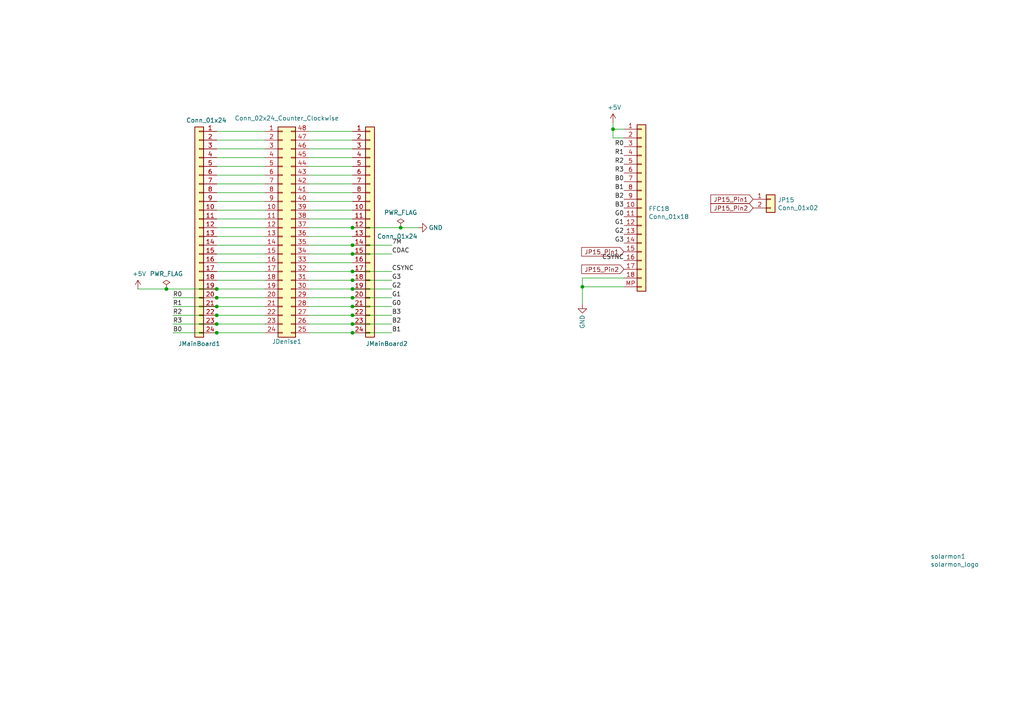
<source format=kicad_sch>
(kicad_sch (version 20211123) (generator eeschema)
  (paper "A4")
  (title_block (title "RGBtoHDMI Amiga Denise DIP Breakout - CDTV") (date "2021-12-10") (rev "v2"))
  (lib_symbols
    (symbol "Connector_Generic:Conn_01x02" (pin_names (offset 1.016) hide)
      (property "Reference" "J" (at 0 2.54 0))
      (property "Value" "Conn_01x02" (at 0 -5.08 0))
      (symbol "Conn_01x02_1_1"
        (rectangle (start -1.27 -2.413) (end 0 -2.667) (stroke (width 0.1524)))
        (rectangle (start -1.27 0.127) (end 0 -0.127) (stroke (width 0.1524)))
        (rectangle (start -1.27 1.27) (end 1.27 -3.81) (stroke (width 0.254)) (fill (type background)))
        (pin passive line (at -5.08 0 0) (length 3.81) (name "Pin_1") (number "1"))
        (pin passive line (at -5.08 -2.54 0) (length 3.81) (name "Pin_2") (number "2"))
      )
    )
    (symbol "Connector_Generic:Conn_01x24" (pin_names (offset 1.016) hide)
      (property "Reference" "J" (at 0 30.48 0))
      (property "Value" "Conn_01x24" (at 0 -33.02 0))
      (symbol "Conn_01x24_1_1"
        (rectangle (start -1.27 -30.353) (end 0 -30.607) (stroke (width 0.1524)))
        (rectangle (start -1.27 -27.813) (end 0 -28.067) (stroke (width 0.1524)))
        (rectangle (start -1.27 -25.273) (end 0 -25.527) (stroke (width 0.1524)))
        (rectangle (start -1.27 -22.733) (end 0 -22.987) (stroke (width 0.1524)))
        (rectangle (start -1.27 -20.193) (end 0 -20.447) (stroke (width 0.1524)))
        (rectangle (start -1.27 -17.653) (end 0 -17.907) (stroke (width 0.1524)))
        (rectangle (start -1.27 -15.113) (end 0 -15.367) (stroke (width 0.1524)))
        (rectangle (start -1.27 -12.573) (end 0 -12.827) (stroke (width 0.1524)))
        (rectangle (start -1.27 -10.033) (end 0 -10.287) (stroke (width 0.1524)))
        (rectangle (start -1.27 -7.493) (end 0 -7.747) (stroke (width 0.1524)))
        (rectangle (start -1.27 -4.953) (end 0 -5.207) (stroke (width 0.1524)))
        (rectangle (start -1.27 -2.413) (end 0 -2.667) (stroke (width 0.1524)))
        (rectangle (start -1.27 0.127) (end 0 -0.127) (stroke (width 0.1524)))
        (rectangle (start -1.27 2.667) (end 0 2.413) (stroke (width 0.1524)))
        (rectangle (start -1.27 5.207) (end 0 4.953) (stroke (width 0.1524)))
        (rectangle (start -1.27 7.747) (end 0 7.493) (stroke (width 0.1524)))
        (rectangle (start -1.27 10.287) (end 0 10.033) (stroke (width 0.1524)))
        (rectangle (start -1.27 12.827) (end 0 12.573) (stroke (width 0.1524)))
        (rectangle (start -1.27 15.367) (end 0 15.113) (stroke (width 0.1524)))
        (rectangle (start -1.27 17.907) (end 0 17.653) (stroke (width 0.1524)))
        (rectangle (start -1.27 20.447) (end 0 20.193) (stroke (width 0.1524)))
        (rectangle (start -1.27 22.987) (end 0 22.733) (stroke (width 0.1524)))
        (rectangle (start -1.27 25.527) (end 0 25.273) (stroke (width 0.1524)))
        (rectangle (start -1.27 28.067) (end 0 27.813) (stroke (width 0.1524)))
        (rectangle (start -1.27 29.21) (end 1.27 -31.75) (stroke (width 0.254)) (fill (type background)))
        (pin passive line (at -5.08 27.94 0) (length 3.81) (name "Pin_1") (number "1"))
        (pin passive line (at -5.08 5.08 0) (length 3.81) (name "Pin_10") (number "10"))
        (pin passive line (at -5.08 2.54 0) (length 3.81) (name "Pin_11") (number "11"))
        (pin passive line (at -5.08 0 0) (length 3.81) (name "Pin_12") (number "12"))
        (pin passive line (at -5.08 -2.54 0) (length 3.81) (name "Pin_13") (number "13"))
        (pin passive line (at -5.08 -5.08 0) (length 3.81) (name "Pin_14") (number "14"))
        (pin passive line (at -5.08 -7.62 0) (length 3.81) (name "Pin_15") (number "15"))
        (pin passive line (at -5.08 -10.16 0) (length 3.81) (name "Pin_16") (number "16"))
        (pin passive line (at -5.08 -12.7 0) (length 3.81) (name "Pin_17") (number "17"))
        (pin passive line (at -5.08 -15.24 0) (length 3.81) (name "Pin_18") (number "18"))
        (pin passive line (at -5.08 -17.78 0) (length 3.81) (name "Pin_19") (number "19"))
        (pin passive line (at -5.08 25.4 0) (length 3.81) (name "Pin_2") (number "2"))
        (pin passive line (at -5.08 -20.32 0) (length 3.81) (name "Pin_20") (number "20"))
        (pin passive line (at -5.08 -22.86 0) (length 3.81) (name "Pin_21") (number "21"))
        (pin passive line (at -5.08 -25.4 0) (length 3.81) (name "Pin_22") (number "22"))
        (pin passive line (at -5.08 -27.94 0) (length 3.81) (name "Pin_23") (number "23"))
        (pin passive line (at -5.08 -30.48 0) (length 3.81) (name "Pin_24") (number "24"))
        (pin passive line (at -5.08 22.86 0) (length 3.81) (name "Pin_3") (number "3"))
        (pin passive line (at -5.08 20.32 0) (length 3.81) (name "Pin_4") (number "4"))
        (pin passive line (at -5.08 17.78 0) (length 3.81) (name "Pin_5") (number "5"))
        (pin passive line (at -5.08 15.24 0) (length 3.81) (name "Pin_6") (number "6"))
        (pin passive line (at -5.08 12.7 0) (length 3.81) (name "Pin_7") (number "7"))
        (pin passive line (at -5.08 10.16 0) (length 3.81) (name "Pin_8") (number "8"))
        (pin passive line (at -5.08 7.62 0) (length 3.81) (name "Pin_9") (number "9"))
      )
    )
    (symbol "Connector_Generic:Conn_02x24_Counter_Clockwise" (pin_names (offset 1.016) hide)
      (property "Reference" "J" (at 1.27 30.48 0))
      (property "Value" "Conn_02x24_Counter_Clockwise" (at 1.27 -33.02 0))
      (symbol "Conn_02x24_Counter_Clockwise_1_1"
        (rectangle (start -1.27 -30.353) (end 0 -30.607) (stroke (width 0.1524)))
        (rectangle (start -1.27 -27.813) (end 0 -28.067) (stroke (width 0.1524)))
        (rectangle (start -1.27 -25.273) (end 0 -25.527) (stroke (width 0.1524)))
        (rectangle (start -1.27 -22.733) (end 0 -22.987) (stroke (width 0.1524)))
        (rectangle (start -1.27 -20.193) (end 0 -20.447) (stroke (width 0.1524)))
        (rectangle (start -1.27 -17.653) (end 0 -17.907) (stroke (width 0.1524)))
        (rectangle (start -1.27 -15.113) (end 0 -15.367) (stroke (width 0.1524)))
        (rectangle (start -1.27 -12.573) (end 0 -12.827) (stroke (width 0.1524)))
        (rectangle (start -1.27 -10.033) (end 0 -10.287) (stroke (width 0.1524)))
        (rectangle (start -1.27 -7.493) (end 0 -7.747) (stroke (width 0.1524)))
        (rectangle (start -1.27 -4.953) (end 0 -5.207) (stroke (width 0.1524)))
        (rectangle (start -1.27 -2.413) (end 0 -2.667) (stroke (width 0.1524)))
        (rectangle (start -1.27 0.127) (end 0 -0.127) (stroke (width 0.1524)))
        (rectangle (start -1.27 2.667) (end 0 2.413) (stroke (width 0.1524)))
        (rectangle (start -1.27 5.207) (end 0 4.953) (stroke (width 0.1524)))
        (rectangle (start -1.27 7.747) (end 0 7.493) (stroke (width 0.1524)))
        (rectangle (start -1.27 10.287) (end 0 10.033) (stroke (width 0.1524)))
        (rectangle (start -1.27 12.827) (end 0 12.573) (stroke (width 0.1524)))
        (rectangle (start -1.27 15.367) (end 0 15.113) (stroke (width 0.1524)))
        (rectangle (start -1.27 17.907) (end 0 17.653) (stroke (width 0.1524)))
        (rectangle (start -1.27 20.447) (end 0 20.193) (stroke (width 0.1524)))
        (rectangle (start -1.27 22.987) (end 0 22.733) (stroke (width 0.1524)))
        (rectangle (start -1.27 25.527) (end 0 25.273) (stroke (width 0.1524)))
        (rectangle (start -1.27 28.067) (end 0 27.813) (stroke (width 0.1524)))
        (rectangle (start -1.27 29.21) (end 3.81 -31.75) (stroke (width 0.254)) (fill (type background)))
        (rectangle (start 3.81 -30.353) (end 2.54 -30.607) (stroke (width 0.1524)))
        (rectangle (start 3.81 -27.813) (end 2.54 -28.067) (stroke (width 0.1524)))
        (rectangle (start 3.81 -25.273) (end 2.54 -25.527) (stroke (width 0.1524)))
        (rectangle (start 3.81 -22.733) (end 2.54 -22.987) (stroke (width 0.1524)))
        (rectangle (start 3.81 -20.193) (end 2.54 -20.447) (stroke (width 0.1524)))
        (rectangle (start 3.81 -17.653) (end 2.54 -17.907) (stroke (width 0.1524)))
        (rectangle (start 3.81 -15.113) (end 2.54 -15.367) (stroke (width 0.1524)))
        (rectangle (start 3.81 -12.573) (end 2.54 -12.827) (stroke (width 0.1524)))
        (rectangle (start 3.81 -10.033) (end 2.54 -10.287) (stroke (width 0.1524)))
        (rectangle (start 3.81 -7.493) (end 2.54 -7.747) (stroke (width 0.1524)))
        (rectangle (start 3.81 -4.953) (end 2.54 -5.207) (stroke (width 0.1524)))
        (rectangle (start 3.81 -2.413) (end 2.54 -2.667) (stroke (width 0.1524)))
        (rectangle (start 3.81 0.127) (end 2.54 -0.127) (stroke (width 0.1524)))
        (rectangle (start 3.81 2.667) (end 2.54 2.413) (stroke (width 0.1524)))
        (rectangle (start 3.81 5.207) (end 2.54 4.953) (stroke (width 0.1524)))
        (rectangle (start 3.81 7.747) (end 2.54 7.493) (stroke (width 0.1524)))
        (rectangle (start 3.81 10.287) (end 2.54 10.033) (stroke (width 0.1524)))
        (rectangle (start 3.81 12.827) (end 2.54 12.573) (stroke (width 0.1524)))
        (rectangle (start 3.81 15.367) (end 2.54 15.113) (stroke (width 0.1524)))
        (rectangle (start 3.81 17.907) (end 2.54 17.653) (stroke (width 0.1524)))
        (rectangle (start 3.81 20.447) (end 2.54 20.193) (stroke (width 0.1524)))
        (rectangle (start 3.81 22.987) (end 2.54 22.733) (stroke (width 0.1524)))
        (rectangle (start 3.81 25.527) (end 2.54 25.273) (stroke (width 0.1524)))
        (rectangle (start 3.81 28.067) (end 2.54 27.813) (stroke (width 0.1524)))
        (pin passive line (at -5.08 27.94 0) (length 3.81) (name "Pin_1") (number "1"))
        (pin passive line (at -5.08 5.08 0) (length 3.81) (name "Pin_10") (number "10"))
        (pin passive line (at -5.08 2.54 0) (length 3.81) (name "Pin_11") (number "11"))
        (pin passive line (at -5.08 0 0) (length 3.81) (name "Pin_12") (number "12"))
        (pin passive line (at -5.08 -2.54 0) (length 3.81) (name "Pin_13") (number "13"))
        (pin passive line (at -5.08 -5.08 0) (length 3.81) (name "Pin_14") (number "14"))
        (pin passive line (at -5.08 -7.62 0) (length 3.81) (name "Pin_15") (number "15"))
        (pin passive line (at -5.08 -10.16 0) (length 3.81) (name "Pin_16") (number "16"))
        (pin passive line (at -5.08 -12.7 0) (length 3.81) (name "Pin_17") (number "17"))
        (pin passive line (at -5.08 -15.24 0) (length 3.81) (name "Pin_18") (number "18"))
        (pin passive line (at -5.08 -17.78 0) (length 3.81) (name "Pin_19") (number "19"))
        (pin passive line (at -5.08 25.4 0) (length 3.81) (name "Pin_2") (number "2"))
        (pin passive line (at -5.08 -20.32 0) (length 3.81) (name "Pin_20") (number "20"))
        (pin passive line (at -5.08 -22.86 0) (length 3.81) (name "Pin_21") (number "21"))
        (pin passive line (at -5.08 -25.4 0) (length 3.81) (name "Pin_22") (number "22"))
        (pin passive line (at -5.08 -27.94 0) (length 3.81) (name "Pin_23") (number "23"))
        (pin passive line (at -5.08 -30.48 0) (length 3.81) (name "Pin_24") (number "24"))
        (pin passive line (at 7.62 -30.48 180) (length 3.81) (name "Pin_25") (number "25"))
        (pin passive line (at 7.62 -27.94 180) (length 3.81) (name "Pin_26") (number "26"))
        (pin passive line (at 7.62 -25.4 180) (length 3.81) (name "Pin_27") (number "27"))
        (pin passive line (at 7.62 -22.86 180) (length 3.81) (name "Pin_28") (number "28"))
        (pin passive line (at 7.62 -20.32 180) (length 3.81) (name "Pin_29") (number "29"))
        (pin passive line (at -5.08 22.86 0) (length 3.81) (name "Pin_3") (number "3"))
        (pin passive line (at 7.62 -17.78 180) (length 3.81) (name "Pin_30") (number "30"))
        (pin passive line (at 7.62 -15.24 180) (length 3.81) (name "Pin_31") (number "31"))
        (pin passive line (at 7.62 -12.7 180) (length 3.81) (name "Pin_32") (number "32"))
        (pin passive line (at 7.62 -10.16 180) (length 3.81) (name "Pin_33") (number "33"))
        (pin passive line (at 7.62 -7.62 180) (length 3.81) (name "Pin_34") (number "34"))
        (pin passive line (at 7.62 -5.08 180) (length 3.81) (name "Pin_35") (number "35"))
        (pin passive line (at 7.62 -2.54 180) (length 3.81) (name "Pin_36") (number "36"))
        (pin passive line (at 7.62 0 180) (length 3.81) (name "Pin_37") (number "37"))
        (pin passive line (at 7.62 2.54 180) (length 3.81) (name "Pin_38") (number "38"))
        (pin passive line (at 7.62 5.08 180) (length 3.81) (name "Pin_39") (number "39"))
        (pin passive line (at -5.08 20.32 0) (length 3.81) (name "Pin_4") (number "4"))
        (pin passive line (at 7.62 7.62 180) (length 3.81) (name "Pin_40") (number "40"))
        (pin passive line (at 7.62 10.16 180) (length 3.81) (name "Pin_41") (number "41"))
        (pin passive line (at 7.62 12.7 180) (length 3.81) (name "Pin_42") (number "42"))
        (pin passive line (at 7.62 15.24 180) (length 3.81) (name "Pin_43") (number "43"))
        (pin passive line (at 7.62 17.78 180) (length 3.81) (name "Pin_44") (number "44"))
        (pin passive line (at 7.62 20.32 180) (length 3.81) (name "Pin_45") (number "45"))
        (pin passive line (at 7.62 22.86 180) (length 3.81) (name "Pin_46") (number "46"))
        (pin passive line (at 7.62 25.4 180) (length 3.81) (name "Pin_47") (number "47"))
        (pin passive line (at 7.62 27.94 180) (length 3.81) (name "Pin_48") (number "48"))
        (pin passive line (at -5.08 17.78 0) (length 3.81) (name "Pin_5") (number "5"))
        (pin passive line (at -5.08 15.24 0) (length 3.81) (name "Pin_6") (number "6"))
        (pin passive line (at -5.08 12.7 0) (length 3.81) (name "Pin_7") (number "7"))
        (pin passive line (at -5.08 10.16 0) (length 3.81) (name "Pin_8") (number "8"))
        (pin passive line (at -5.08 7.62 0) (length 3.81) (name "Pin_9") (number "9"))
      )
    )
    (symbol "RGBtoHDMI-CDTV-v2---Denise-Breakout-rescue:FFC_18-solarmon_Library" (pin_names (offset 1.016) hide)
      (property "Reference" "J" (at 0 25.4 0))
      (property "Value" "FFC_18-solarmon_Library" (at 0 -25.4 0))
      (symbol "FFC_18-solarmon_Library_1_1"
        (rectangle (start -1.27 -22.733) (end 0 -22.987) (stroke (width 0.1524)))
        (rectangle (start -1.27 -20.193) (end 0 -20.447) (stroke (width 0.1524)))
        (rectangle (start -1.27 -17.653) (end 0 -17.907) (stroke (width 0.1524)))
        (rectangle (start -1.27 -15.113) (end 0 -15.367) (stroke (width 0.1524)))
        (rectangle (start -1.27 -12.573) (end 0 -12.827) (stroke (width 0.1524)))
        (rectangle (start -1.27 -10.033) (end 0 -10.287) (stroke (width 0.1524)))
        (rectangle (start -1.27 -7.493) (end 0 -7.747) (stroke (width 0.1524)))
        (rectangle (start -1.27 -4.953) (end 0 -5.207) (stroke (width 0.1524)))
        (rectangle (start -1.27 -2.413) (end 0 -2.667) (stroke (width 0.1524)))
        (rectangle (start -1.27 0.127) (end 0 -0.127) (stroke (width 0.1524)))
        (rectangle (start -1.27 2.667) (end 0 2.413) (stroke (width 0.1524)))
        (rectangle (start -1.27 5.207) (end 0 4.953) (stroke (width 0.1524)))
        (rectangle (start -1.27 7.747) (end 0 7.493) (stroke (width 0.1524)))
        (rectangle (start -1.27 10.287) (end 0 10.033) (stroke (width 0.1524)))
        (rectangle (start -1.27 12.827) (end 0 12.573) (stroke (width 0.1524)))
        (rectangle (start -1.27 15.367) (end 0 15.113) (stroke (width 0.1524)))
        (rectangle (start -1.27 17.907) (end 0 17.653) (stroke (width 0.1524)))
        (rectangle (start -1.27 20.447) (end 0 20.193) (stroke (width 0.1524)))
        (rectangle (start -1.27 22.987) (end 0 22.733) (stroke (width 0.1524)))
        (rectangle (start -1.27 24.13) (end 1.27 -24.13) (stroke (width 0.254)) (fill (type background)))
        (pin passive line (at -5.08 22.86 0) (length 3.81) (name "Pin_1") (number "1"))
        (pin passive line (at -5.08 0 0) (length 3.81) (name "Pin_10") (number "10"))
        (pin passive line (at -5.08 -2.54 0) (length 3.81) (name "Pin_11") (number "11"))
        (pin passive line (at -5.08 -5.08 0) (length 3.81) (name "Pin_12") (number "12"))
        (pin passive line (at -5.08 -7.62 0) (length 3.81) (name "Pin_13") (number "13"))
        (pin passive line (at -5.08 -10.16 0) (length 3.81) (name "Pin_14") (number "14"))
        (pin passive line (at -5.08 -12.7 0) (length 3.81) (name "Pin_15") (number "15"))
        (pin passive line (at -5.08 -15.24 0) (length 3.81) (name "Pin_16") (number "16"))
        (pin passive line (at -5.08 -17.78 0) (length 3.81) (name "Pin_17") (number "17"))
        (pin passive line (at -5.08 -20.32 0) (length 3.81) (name "Pin_18") (number "18"))
        (pin passive line (at -5.08 20.32 0) (length 3.81) (name "Pin_2") (number "2"))
        (pin passive line (at -5.08 17.78 0) (length 3.81) (name "Pin_3") (number "3"))
        (pin passive line (at -5.08 15.24 0) (length 3.81) (name "Pin_4") (number "4"))
        (pin passive line (at -5.08 12.7 0) (length 3.81) (name "Pin_5") (number "5"))
        (pin passive line (at -5.08 10.16 0) (length 3.81) (name "Pin_6") (number "6"))
        (pin passive line (at -5.08 7.62 0) (length 3.81) (name "Pin_7") (number "7"))
        (pin passive line (at -5.08 5.08 0) (length 3.81) (name "Pin_8") (number "8"))
        (pin passive line (at -5.08 2.54 0) (length 3.81) (name "Pin_9") (number "9"))
        (pin passive line (at -5.08 -22.86 0) (length 3.81) (name "Pin_MP") (number "MP"))
      )
    )
    (symbol "RGBtoHDMI-CDTV-v2---Denise-Breakout-rescue:solarmon_logo-solarmon_Library" (pin_names (offset 1.016))
      (property "Reference" "L" (at 0 0 0))
      (property "Value" "solarmon_logo-solarmon_Library" (at -1.27 2.54 0))
    )
    (symbol "power:+5V" (power) (pin_names (offset 0))
      (property "Value" "+5V" (at 0 3.556 0))
      (symbol "+5V_0_1"
        (polyline (pts (xy -0.762 1.27) (xy 0 2.54)))
        (polyline (pts (xy 0 0) (xy 0 2.54)))
        (polyline (pts (xy 0 2.54) (xy 0.762 1.27)))
      )
      (symbol "+5V_1_1"
        (pin power_in line (at 0 0 90) (length 0) hide (name "+5V") (number "1"))
      )
    )
    (symbol "power:GND" (power) (pin_names (offset 0))
      (property "Value" "GND" (at 0 -3.81 0))
      (symbol "GND_0_1"
        (polyline (pts (xy 0 0) (xy 0 -1.27) (xy 1.27 -1.27) (xy 0 -2.54) (xy -1.27 -1.27) (xy 0 -1.27)))
      )
      (symbol "GND_1_1"
        (pin power_in line (at 0 0 270) (length 0) hide (name "GND") (number "1"))
      )
    )
    (symbol "power:PWR_FLAG" (power) (pin_numbers hide) (pin_names (offset 0) hide)
      (property "Value" "PWR_FLAG" (at 0 3.81 0))
      (symbol "PWR_FLAG_0_0"
        (pin power_out line (at 0 0 90) (length 0) (name "pwr") (number "1"))
      )
      (symbol "PWR_FLAG_0_1"
        (polyline (pts (xy 0 0) (xy 0 1.27) (xy -1.016 1.905) (xy 0 2.54) (xy 1.016 1.905) (xy 0 1.27)))
      )
    )
  )
  (junction (at 177.8 37.465))
  (junction (at 102.235 93.98))
  (junction (at 102.235 78.74))
  (junction (at 62.865 96.52))
  (junction (at 102.235 91.44))
  (junction (at 62.865 86.36))
  (junction (at 102.235 81.28))
  (junction (at 48.26 83.82))
  (junction (at 102.235 96.52))
  (junction (at 62.865 88.9))
  (junction (at 102.235 73.66))
  (junction (at 168.91 83.185))
  (junction (at 102.235 66.04))
  (junction (at 102.235 86.36))
  (junction (at 116.205 66.04))
  (junction (at 62.865 83.82))
  (junction (at 102.235 71.12))
  (junction (at 102.235 88.9))
  (junction (at 102.235 83.82))
  (junction (at 62.865 91.44))
  (junction (at 62.865 93.98))
  (wire (pts (xy 89.535 68.58) (xy 102.235 68.58)))
  (wire (pts (xy 62.865 88.9) (xy 76.835 88.9)))
  (wire (pts (xy 62.865 50.8) (xy 76.835 50.8)))
  (wire (pts (xy 89.535 45.72) (xy 102.235 45.72)))
  (wire (pts (xy 102.235 86.36) (xy 113.665 86.36)))
  (wire (pts (xy 89.535 83.82) (xy 102.235 83.82)))
  (wire (pts (xy 62.865 83.82) (xy 76.835 83.82)))
  (wire (pts (xy 62.865 40.64) (xy 76.835 40.64)))
  (wire (pts (xy 102.235 88.9) (xy 113.665 88.9)))
  (wire (pts (xy 62.865 48.26) (xy 76.835 48.26)))
  (wire (pts (xy 89.535 60.96) (xy 102.235 60.96)))
  (wire (pts (xy 62.865 60.96) (xy 76.835 60.96)))
  (wire (pts (xy 62.865 55.88) (xy 76.835 55.88)))
  (wire (pts (xy 89.535 38.1) (xy 102.235 38.1)))
  (wire (pts (xy 102.235 91.44) (xy 113.665 91.44)))
  (wire (pts (xy 89.535 71.12) (xy 102.235 71.12)))
  (wire (pts (xy 89.535 48.26) (xy 102.235 48.26)))
  (wire (pts (xy 89.535 73.66) (xy 102.235 73.66)))
  (wire (pts (xy 40.005 83.82) (xy 48.26 83.82)))
  (wire (pts (xy 62.865 63.5) (xy 76.835 63.5)))
  (wire (pts (xy 62.865 43.18) (xy 76.835 43.18)))
  (wire (pts (xy 89.535 81.28) (xy 102.235 81.28)))
  (wire (pts (xy 89.535 53.34) (xy 102.235 53.34)))
  (wire (pts (xy 89.535 91.44) (xy 102.235 91.44)))
  (wire (pts (xy 89.535 76.2) (xy 102.235 76.2)))
  (wire (pts (xy 62.865 71.12) (xy 76.835 71.12)))
  (wire (pts (xy 89.535 93.98) (xy 102.235 93.98)))
  (wire (pts (xy 62.865 38.1) (xy 76.835 38.1)))
  (wire (pts (xy 89.535 78.74) (xy 102.235 78.74)))
  (wire (pts (xy 102.235 81.28) (xy 113.665 81.28)))
  (wire (pts (xy 89.535 40.64) (xy 102.235 40.64)))
  (wire (pts (xy 62.865 91.44) (xy 76.835 91.44)))
  (wire (pts (xy 168.91 83.185) (xy 168.91 88.265)))
  (wire (pts (xy 50.165 96.52) (xy 62.865 96.52)))
  (wire (pts (xy 62.865 53.34) (xy 76.835 53.34)))
  (wire (pts (xy 116.205 66.04) (xy 121.285 66.04)))
  (wire (pts (xy 89.535 96.52) (xy 102.235 96.52)))
  (wire (pts (xy 102.235 96.52) (xy 113.665 96.52)))
  (wire (pts (xy 50.165 88.9) (xy 62.865 88.9)))
  (wire (pts (xy 180.975 37.465) (xy 177.8 37.465)))
  (wire (pts (xy 89.535 50.8) (xy 102.235 50.8)))
  (wire (pts (xy 62.865 96.52) (xy 76.835 96.52)))
  (wire (pts (xy 62.865 81.28) (xy 76.835 81.28)))
  (wire (pts (xy 180.975 83.185) (xy 168.91 83.185)))
  (wire (pts (xy 89.535 63.5) (xy 102.235 63.5)))
  (wire (pts (xy 89.535 86.36) (xy 102.235 86.36)))
  (wire (pts (xy 180.975 40.005) (xy 177.8 40.005)))
  (wire (pts (xy 89.535 55.88) (xy 102.235 55.88)))
  (wire (pts (xy 102.235 71.12) (xy 113.665 71.12)))
  (wire (pts (xy 62.865 45.72) (xy 76.835 45.72)))
  (wire (pts (xy 89.535 58.42) (xy 102.235 58.42)))
  (wire (pts (xy 62.865 66.04) (xy 76.835 66.04)))
  (wire (pts (xy 89.535 66.04) (xy 102.235 66.04)))
  (wire (pts (xy 102.235 78.74) (xy 113.665 78.74)))
  (wire (pts (xy 102.235 93.98) (xy 113.665 93.98)))
  (wire (pts (xy 50.165 91.44) (xy 62.865 91.44)))
  (wire (pts (xy 89.535 88.9) (xy 102.235 88.9)))
  (wire (pts (xy 62.865 93.98) (xy 76.835 93.98)))
  (wire (pts (xy 180.975 80.645) (xy 168.91 80.645)))
  (wire (pts (xy 102.235 66.04) (xy 116.205 66.04)))
  (wire (pts (xy 62.865 58.42) (xy 76.835 58.42)))
  (wire (pts (xy 48.26 83.82) (xy 62.865 83.82)))
  (wire (pts (xy 50.165 86.36) (xy 62.865 86.36)))
  (wire (pts (xy 102.235 83.82) (xy 113.665 83.82)))
  (wire (pts (xy 62.865 73.66) (xy 76.835 73.66)))
  (wire (pts (xy 62.865 68.58) (xy 76.835 68.58)))
  (wire (pts (xy 62.865 78.74) (xy 76.835 78.74)))
  (wire (pts (xy 102.235 73.66) (xy 113.665 73.66)))
  (wire (pts (xy 168.91 80.645) (xy 168.91 83.185)))
  (wire (pts (xy 62.865 86.36) (xy 76.835 86.36)))
  (wire (pts (xy 50.165 93.98) (xy 62.865 93.98)))
  (wire (pts (xy 177.8 37.465) (xy 177.8 35.56)))
  (wire (pts (xy 177.8 40.005) (xy 177.8 37.465)))
  (wire (pts (xy 89.535 43.18) (xy 102.235 43.18)))
  (wire (pts (xy 62.865 76.2) (xy 76.835 76.2)))
  (label "R3" (at 50.165 93.98 0))
  (label "CDAC" (at 113.665 73.66 0))
  (label "B1" (at 113.665 96.52 0))
  (label "R2" (at 180.975 47.625 180))
  (label "R2" (at 50.165 91.44 0))
  (label "G3" (at 180.975 70.485 180))
  (label "G3" (at 113.665 81.28 0))
  (label "G0" (at 113.665 88.9 0))
  (label "G2" (at 113.665 83.82 0))
  (label "CSYNC" (at 180.975 75.565 180))
  (label "B0" (at 50.165 96.52 0))
  (label "R0" (at 50.165 86.36 0))
  (label "B0" (at 180.975 52.705 180))
  (label "G1" (at 113.665 86.36 0))
  (label "B1" (at 180.975 55.245 180))
  (label "G2" (at 180.975 67.945 180))
  (label "R3" (at 180.975 50.165 180))
  (label "R1" (at 180.975 45.085 180))
  (label "7M" (at 113.665 71.12 0))
  (label "B3" (at 180.975 60.325 180))
  (label "G1" (at 180.975 65.405 180))
  (label "B3" (at 113.665 91.44 0))
  (label "CSYNC" (at 113.665 78.74 0))
  (label "B2" (at 113.665 93.98 0))
  (label "B2" (at 180.975 57.785 180))
  (label "R0" (at 180.975 42.545 180))
  (label "R1" (at 50.165 88.9 0))
  (label "G0" (at 180.975 62.865 180))
  (global_label "JP15_Pin1" (shape input) (at 180.975 73.025 180) (property "Intersheet References" "${INTERSHEET_REFS}" (effects hide)))
  (global_label "JP15_Pin2" (shape input) (at 218.44 60.325 180) (property "Intersheet References" "${INTERSHEET_REFS}" (effects hide)))
  (global_label "JP15_Pin1" (shape input) (at 218.44 57.785 180) (property "Intersheet References" "${INTERSHEET_REFS}" (effects hide)))
  (global_label "JP15_Pin2" (shape input) (at 180.975 78.105 180) (property "Intersheet References" "${INTERSHEET_REFS}" (effects hide)))
  (symbol (lib_id "power:GND") (at 121.285 66.04 90) (unit 1)
    (property "Reference" "#PWR0101" (effects hide))
    (property "Value" "GND" (at 126.365 66.04 90))
  )
  (symbol (lib_id "power:+5V") (at 40.005 83.82 0) (unit 1)
    (property "Reference" "#PWR0102" (effects hide))
    (property "Value" "+5V" (at 40.386 79.4258 0))
  )
  (symbol (lib_id "power:PWR_FLAG") (at 48.26 83.82 0) (unit 1)
    (property "Reference" "#FLG0103" (effects hide))
    (property "Value" "PWR_FLAG" (at 48.26 79.4258 0))
  )
  (symbol (lib_id "RGBtoHDMI-CDTV-v2---Denise-Breakout-rescue:FFC_18-solarmon_Library") (at 186.055 60.325 0) (unit 1)
    (property "Reference" "FFC18" (at 188.087 60.5282 0) (effects (justify left)))
    (property "Value" "Conn_01x18" (at 188.087 62.8396 0) (effects (justify left)))
    (property "Footprint" "solarmon_library:FPC-SMD_X10B25U18T" (effects hide))
  )
  (symbol (lib_id "power:+5V") (at 177.8 35.56 0) (unit 1)
    (property "Reference" "#PWR0103" (effects hide))
    (property "Value" "+5V" (at 178.181 31.1658 0))
  )
  (symbol (lib_id "power:GND") (at 168.91 88.265 0) (unit 1)
    (property "Reference" "#PWR0104" (effects hide))
    (property "Value" "GND" (at 168.91 93.345 90))
  )
  (symbol (lib_id "Connector_Generic:Conn_02x24_Counter_Clockwise") (at 81.915 66.04 0) (unit 1)
    (property "Reference" "JDenise1" (at 83.185 99.06 0))
    (property "Value" "Conn_02x24_Counter_Clockwise" (at 83.185 34.29 0))
    (property "Footprint" "Package_DIP:DIP-48_W15.24mm_LongPads" (effects hide))
  )
  (symbol (lib_id "RGBtoHDMI-CDTV-v2---Denise-Breakout-rescue:solarmon_logo-solarmon_Library") (at 269.24 162.56 0) (unit 1)
    (property "Reference" "solarmon1" (at 269.875 161.3916 0) (effects (justify left)))
    (property "Value" "solarmon_logo" (at 269.875 163.703 0) (effects (justify left)))
    (property "Footprint" "solarmon_library:solarmon-logo-25mils" (effects hide))
  )
  (symbol (lib_id "Connector_Generic:Conn_01x02") (at 223.52 57.785 0) (unit 1)
    (property "Reference" "JP15" (at 225.552 57.9882 0) (effects (justify left)))
    (property "Value" "Conn_01x02" (at 225.552 60.2996 0) (effects (justify left)))
    (property "Footprint" "Connector_PinHeader_2.54mm:PinHeader_1x02_P2.54mm_Horizontal" (effects hide))
  )
  (symbol (lib_id "Connector_Generic:Conn_01x24") (at 57.785 66.04 0) (mirror y) (unit 1)
    (property "Reference" "JMainBoard1" (at 57.785 99.695 0))
    (property "Value" "Conn_01x24" (at 59.8678 34.8996 0))
    (property "Footprint" "solarmon_library:PinHeader_1x24_P2.54mm_Vertical_smaller" (effects hide))
  )
  (symbol (lib_id "Connector_Generic:Conn_01x24") (at 107.315 66.04 0) (unit 1)
    (property "Reference" "JMainBoard2" (at 106.045 99.695 0) (effects (justify left)))
    (property "Value" "Conn_01x24" (at 109.347 68.5546 0) (effects (justify left)))
    (property "Footprint" "solarmon_library:PinHeader_1x24_P2.54mm_Vertical_smaller" (effects hide))
  )
  (symbol (lib_id "power:PWR_FLAG") (at 116.205 66.04 0) (unit 1)
    (property "Reference" "#FLG0101" (effects hide))
    (property "Value" "PWR_FLAG" (at 116.205 61.6458 0))
  )
)
</source>
